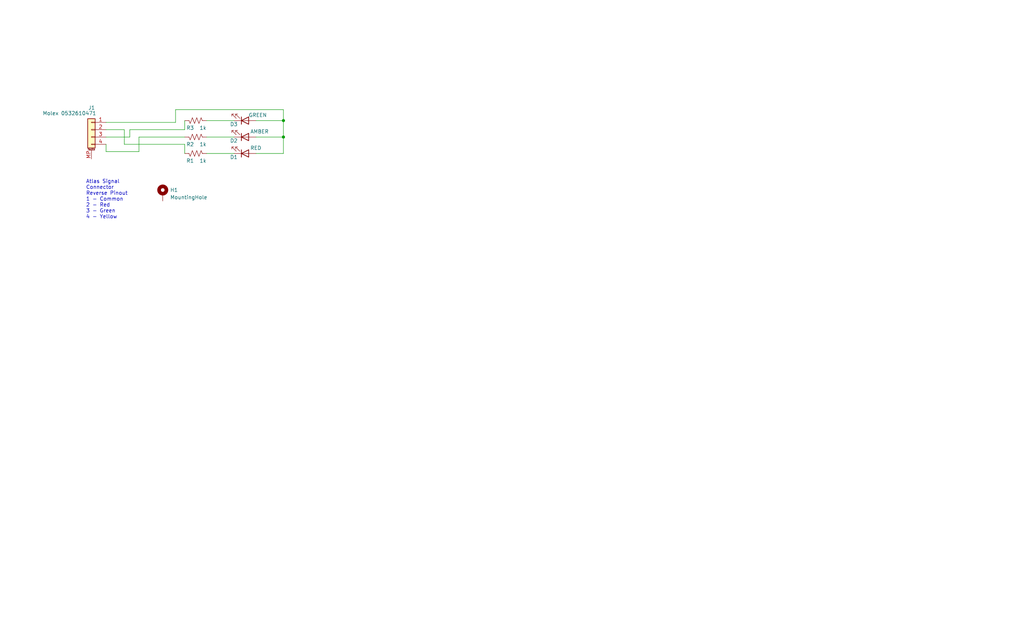
<source format=kicad_sch>
(kicad_sch (version 20211123) (generator eeschema)
  (paper "USLegal")
  (title_block (title "MSS Cascade Basic v1.0") (company "Iowa Scaled Engineering"))
  (lib_symbols
    (symbol "Connector_Generic_MountingPin:Conn_01x04_MountingPin" (pin_names (offset 1.016) hide)
      (property "Reference" "J" (at 0 5.08 0))
      (property "Value" "Conn_01x04_MountingPin" (at 1.27 -7.62 0))
      (symbol "Conn_01x04_MountingPin_1_1"
        (rectangle (start -1.27 -4.953) (end 0 -5.207) (stroke (width 0.1524)))
        (rectangle (start -1.27 -2.413) (end 0 -2.667) (stroke (width 0.1524)))
        (rectangle (start -1.27 0.127) (end 0 -0.127) (stroke (width 0.1524)))
        (rectangle (start -1.27 2.667) (end 0 2.413) (stroke (width 0.1524)))
        (rectangle (start -1.27 3.81) (end 1.27 -6.35) (stroke (width 0.254)) (fill (type background)))
        (polyline (pts (xy -1.016 -7.112) (xy 1.016 -7.112)) (stroke (width 0.1524)))
        (text "Mounting" (at 0 -6.731 0) (effects (font (size 0.381 0.381))))
        (pin passive line (at -5.08 2.54 0) (length 3.81) (name "Pin_1") (number "1"))
        (pin passive line (at -5.08 0 0) (length 3.81) (name "Pin_2") (number "2"))
        (pin passive line (at -5.08 -2.54 0) (length 3.81) (name "Pin_3") (number "3"))
        (pin passive line (at -5.08 -5.08 0) (length 3.81) (name "Pin_4") (number "4"))
        (pin passive line (at 0 -10.16 90) (length 3.048) (name "MountPin") (number "MP"))
      )
    )
    (symbol "Device:LED" (pin_numbers hide) (pin_names (offset 1.016) hide)
      (property "Reference" "D" (at 0 2.54 0))
      (property "Value" "LED" (at 0 -2.54 0))
      (symbol "LED_0_1"
        (polyline (pts (xy -1.27 -1.27) (xy -1.27 1.27)) (stroke (width 0.254)))
        (polyline (pts (xy -1.27 0) (xy 1.27 0)))
        (polyline (pts (xy 1.27 -1.27) (xy 1.27 1.27) (xy -1.27 0) (xy 1.27 -1.27)) (stroke (width 0.254)))
        (polyline (pts (xy -3.048 -0.762) (xy -4.572 -2.286) (xy -3.81 -2.286) (xy -4.572 -2.286) (xy -4.572 -1.524)))
        (polyline (pts (xy -1.778 -0.762) (xy -3.302 -2.286) (xy -2.54 -2.286) (xy -3.302 -2.286) (xy -3.302 -1.524)))
      )
      (symbol "LED_1_1"
        (pin passive line (at -3.81 0 0) (length 2.54) (name "K") (number "1"))
        (pin passive line (at 3.81 0 180) (length 2.54) (name "A") (number "2"))
      )
    )
    (symbol "Device:R_US" (pin_numbers hide) (pin_names (offset 0))
      (property "Reference" "R" (at 2.54 0 90))
      (property "Value" "R_US" (at -2.54 0 90))
      (symbol "R_US_0_1"
        (polyline (pts (xy 0 -2.286) (xy 0 -2.54)))
        (polyline (pts (xy 0 2.286) (xy 0 2.54)))
        (polyline (pts (xy 0 -0.762) (xy 1.016 -1.143) (xy 0 -1.524) (xy -1.016 -1.905) (xy 0 -2.286)))
        (polyline (pts (xy 0 0.762) (xy 1.016 0.381) (xy 0 0) (xy -1.016 -0.381) (xy 0 -0.762)))
        (polyline (pts (xy 0 2.286) (xy 1.016 1.905) (xy 0 1.524) (xy -1.016 1.143) (xy 0 0.762)))
      )
      (symbol "R_US_1_1"
        (pin passive line (at 0 3.81 270) (length 1.27) (name "~") (number "1"))
        (pin passive line (at 0 -3.81 90) (length 1.27) (name "~") (number "2"))
      )
    )
    (symbol "Mechanical:MountingHole_Pad" (pin_numbers hide) (pin_names (offset 1.016) hide)
      (property "Reference" "H" (at 0 6.35 0))
      (property "Value" "MountingHole_Pad" (at 0 4.445 0))
      (symbol "MountingHole_Pad_0_1"
        (circle (center 0 1.27) (radius 1.27) (stroke (width 1.27)))
      )
      (symbol "MountingHole_Pad_1_1"
        (pin input line (at 0 -2.54 90) (length 2.54) (name "1") (number "1"))
      )
    )
  )
  (junction (at 98.425 41.91))
  (junction (at 98.425 47.625))
  (wire (pts (xy 45.085 47.625) (xy 45.085 45.085)))
  (wire (pts (xy 71.755 53.34) (xy 81.28 53.34)))
  (wire (pts (xy 48.26 47.625) (xy 48.26 52.705)))
  (wire (pts (xy 88.9 53.34) (xy 98.425 53.34)))
  (wire (pts (xy 48.26 52.705) (xy 36.83 52.705)))
  (wire (pts (xy 88.9 41.91) (xy 98.425 41.91)))
  (wire (pts (xy 64.135 50.165) (xy 64.135 53.34)))
  (wire (pts (xy 60.96 38.1) (xy 98.425 38.1)))
  (wire (pts (xy 98.425 41.91) (xy 98.425 38.1)))
  (wire (pts (xy 60.96 42.545) (xy 60.96 38.1)))
  (wire (pts (xy 36.83 45.085) (xy 43.18 45.085)))
  (wire (pts (xy 98.425 47.625) (xy 98.425 41.91)))
  (wire (pts (xy 98.425 53.34) (xy 98.425 47.625)))
  (wire (pts (xy 43.18 50.165) (xy 64.135 50.165)))
  (wire (pts (xy 45.085 45.085) (xy 64.135 45.085)))
  (wire (pts (xy 48.26 47.625) (xy 64.135 47.625)))
  (wire (pts (xy 43.18 45.085) (xy 43.18 50.165)))
  (wire (pts (xy 36.83 47.625) (xy 45.085 47.625)))
  (wire (pts (xy 64.135 45.085) (xy 64.135 41.91)))
  (wire (pts (xy 36.83 42.545) (xy 60.96 42.545)))
  (wire (pts (xy 36.83 52.705) (xy 36.83 50.165)))
  (wire (pts (xy 71.755 41.91) (xy 81.28 41.91)))
  (wire (pts (xy 88.9 47.625) (xy 98.425 47.625)))
  (wire (pts (xy 71.755 47.625) (xy 81.28 47.625)))
  (text "Atlas Signal\nConnector\nReverse Pinout\n1 - Common\n2 - Red\n3 - Green\n4 - Yellow" (at 29.845 76.2 0) (effects (font (size 1.27 1.27)) (justify left bottom)))
  (symbol (lib_id "Connector_Generic_MountingPin:Conn_01x04_MountingPin") (at 31.75 45.085 0) (mirror y) (unit 1)
    (property "Reference" "J1" (at 33.02 37.465 0) (effects (justify left)))
    (property "Value" "Molex 0532610471" (at 24.13 39.37 0))
    (property "Footprint" "Connector_Molex:Molex_PicoBlade_53261-0471_1x04-1MP_P1.25mm_Horizontal" (effects hide))
  )
  (symbol (lib_id "Device:R_US") (at 67.945 47.625 270) (mirror x) (unit 1)
    (property "Reference" "R2" (at 66.04 50.165 90))
    (property "Value" "1k" (at 70.485 50.165 90))
    (property "Footprint" "Resistor_SMD:R_0805_2012Metric" (effects hide))
  )
  (symbol (lib_id "Device:LED") (at 85.09 41.91 0) (mirror x) (unit 1)
    (property "Reference" "D3" (at 82.55 43.18 0) (effects (justify right)))
    (property "Value" "GREEN" (at 92.71 40.005 0) (effects (justify right)))
    (property "Footprint" "LED_SMD:LED_0805_2012Metric" (effects hide))
  )
  (symbol (lib_id "Device:R_US") (at 67.945 53.34 270) (mirror x) (unit 1)
    (property "Reference" "R1" (at 66.04 55.88 90))
    (property "Value" "1k" (at 70.485 55.88 90))
    (property "Footprint" "Resistor_SMD:R_0805_2012Metric" (effects hide))
  )
  (symbol (lib_id "Device:R_US") (at 67.945 41.91 270) (mirror x) (unit 1)
    (property "Reference" "R3" (at 66.04 44.45 90))
    (property "Value" "1k" (at 70.485 44.45 90))
    (property "Footprint" "Resistor_SMD:R_0805_2012Metric" (effects hide))
  )
  (symbol (lib_id "Device:LED") (at 85.09 47.625 0) (mirror x) (unit 1)
    (property "Reference" "D2" (at 82.55 48.895 0) (effects (justify right)))
    (property "Value" "AMBER" (at 93.345 45.72 0) (effects (justify right)))
    (property "Footprint" "LED_SMD:LED_0805_2012Metric" (effects hide))
  )
  (symbol (lib_id "Device:LED") (at 85.09 53.34 0) (mirror x) (unit 1)
    (property "Reference" "D1" (at 82.55 54.61 0) (effects (justify right)))
    (property "Value" "RED" (at 90.805 51.435 0) (effects (justify right)))
    (property "Footprint" "LED_SMD:LED_0805_2012Metric" (effects hide))
  )
  (symbol (lib_id "Mechanical:MountingHole_Pad") (at 56.515 67.31 0) (unit 1)
    (property "Reference" "H1" (at 59.055 66.0399 0) (effects (justify left)))
    (property "Value" "MountingHole" (at 59.055 68.5799 0) (effects (justify left)))
    (property "Footprint" "MountingHole:MountingHole_3.2mm_M3_Pad" (effects hide))
  )
)
</source>
